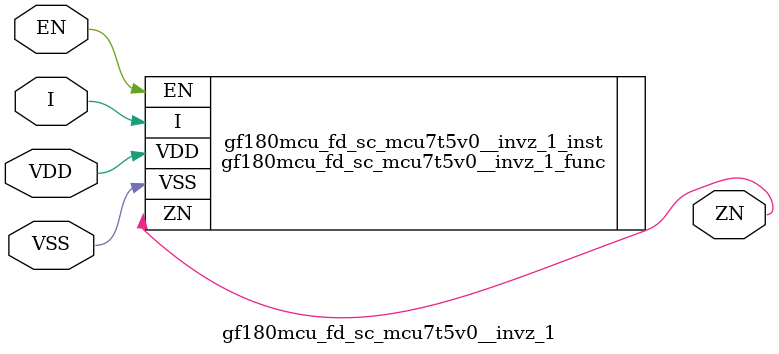
<source format=v>

module gf180mcu_fd_sc_mcu7t5v0__invz_1( EN, ZN, I, VDD, VSS );
input EN, I;
inout VDD, VSS;
output ZN;

   `ifdef FUNCTIONAL  //  functional //

	gf180mcu_fd_sc_mcu7t5v0__invz_1_func gf180mcu_fd_sc_mcu7t5v0__invz_1_behav_inst(.EN(EN),.ZN(ZN),.I(I),.VDD(VDD),.VSS(VSS));

   `else

	gf180mcu_fd_sc_mcu7t5v0__invz_1_func gf180mcu_fd_sc_mcu7t5v0__invz_1_inst(.EN(EN),.ZN(ZN),.I(I),.VDD(VDD),.VSS(VSS));

	// spec_gates_begin


	// spec_gates_end



   specify

	// specify_block_begin

	// comb arc EN --> ZN
	 (EN => ZN) = (1.0,1.0);

	// comb arc I --> ZN
	 (I => ZN) = (1.0,1.0);

	// specify_block_end

   endspecify

   `endif

endmodule

</source>
